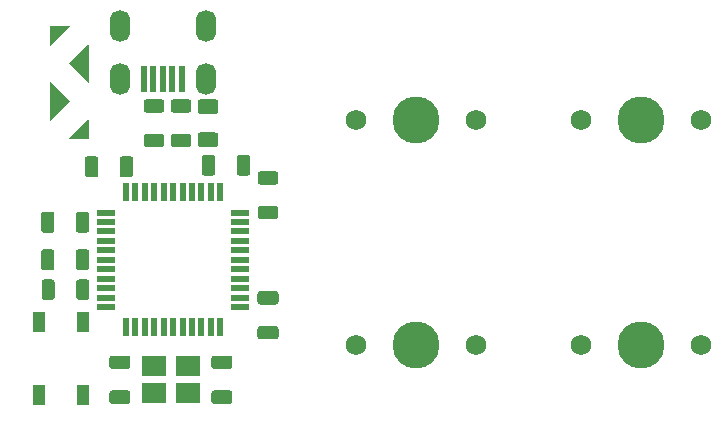
<source format=gts>
G04 #@! TF.GenerationSoftware,KiCad,Pcbnew,(5.1.7)-1*
G04 #@! TF.CreationDate,2020-11-03T00:38:03-05:00*
G04 #@! TF.ProjectId,keyboard_test,6b657962-6f61-4726-945f-746573742e6b,rev?*
G04 #@! TF.SameCoordinates,Original*
G04 #@! TF.FileFunction,Soldermask,Top*
G04 #@! TF.FilePolarity,Negative*
%FSLAX46Y46*%
G04 Gerber Fmt 4.6, Leading zero omitted, Abs format (unit mm)*
G04 Created by KiCad (PCBNEW (5.1.7)-1) date 2020-11-03 00:38:03*
%MOMM*%
%LPD*%
G01*
G04 APERTURE LIST*
%ADD10C,0.100000*%
%ADD11R,2.100000X1.800000*%
%ADD12O,1.700000X2.700000*%
%ADD13R,0.500000X2.250000*%
%ADD14R,0.550000X1.500000*%
%ADD15R,1.500000X0.550000*%
%ADD16R,1.100000X1.800000*%
%ADD17C,1.750000*%
%ADD18C,3.987800*%
G04 APERTURE END LIST*
D10*
G36*
X27781250Y-57150000D02*
G01*
X26193750Y-57150000D01*
X27781250Y-55562500D01*
X27781250Y-57150000D01*
G37*
X27781250Y-57150000D02*
X26193750Y-57150000D01*
X27781250Y-55562500D01*
X27781250Y-57150000D01*
G36*
X24606250Y-49212500D02*
G01*
X24606250Y-47625000D01*
X26193750Y-47625000D01*
X24606250Y-49212500D01*
G37*
X24606250Y-49212500D02*
X24606250Y-47625000D01*
X26193750Y-47625000D01*
X24606250Y-49212500D01*
G36*
X26193750Y-53975000D02*
G01*
X24606250Y-55562500D01*
X24606250Y-52387500D01*
X26193750Y-53975000D01*
G37*
X26193750Y-53975000D02*
X24606250Y-55562500D01*
X24606250Y-52387500D01*
X26193750Y-53975000D01*
G36*
X27781250Y-52387500D02*
G01*
X26193750Y-50800000D01*
X27781250Y-49212500D01*
X27781250Y-52387500D01*
G37*
X27781250Y-52387500D02*
X26193750Y-50800000D01*
X27781250Y-49212500D01*
X27781250Y-52387500D01*
D11*
X36279750Y-78747000D03*
X33379750Y-78747000D03*
X33379750Y-76447000D03*
X36279750Y-76447000D03*
D12*
X37781250Y-47625000D03*
X30481250Y-47625000D03*
X30481250Y-52125000D03*
X37781250Y-52125000D03*
D13*
X35731250Y-52125000D03*
X34931250Y-52125000D03*
X34131250Y-52125000D03*
X33331250Y-52125000D03*
X32531250Y-52125000D03*
D14*
X31020250Y-61737000D03*
X31820250Y-61737000D03*
X32620250Y-61737000D03*
X33420250Y-61737000D03*
X34220250Y-61737000D03*
X35020250Y-61737000D03*
X35820250Y-61737000D03*
X36620250Y-61737000D03*
X37420250Y-61737000D03*
X38220250Y-61737000D03*
X39020250Y-61737000D03*
D15*
X40720250Y-63437000D03*
X40720250Y-64237000D03*
X40720250Y-65037000D03*
X40720250Y-65837000D03*
X40720250Y-66637000D03*
X40720250Y-67437000D03*
X40720250Y-68237000D03*
X40720250Y-69037000D03*
X40720250Y-69837000D03*
X40720250Y-70637000D03*
X40720250Y-71437000D03*
D14*
X39020250Y-73137000D03*
X38220250Y-73137000D03*
X37420250Y-73137000D03*
X36620250Y-73137000D03*
X35820250Y-73137000D03*
X35020250Y-73137000D03*
X34220250Y-73137000D03*
X33420250Y-73137000D03*
X32620250Y-73137000D03*
X31820250Y-73137000D03*
X31020250Y-73137000D03*
D15*
X29320250Y-71437000D03*
X29320250Y-70637000D03*
X29320250Y-69837000D03*
X29320250Y-69037000D03*
X29320250Y-68237000D03*
X29320250Y-67437000D03*
X29320250Y-66637000D03*
X29320250Y-65837000D03*
X29320250Y-65037000D03*
X29320250Y-64237000D03*
X29320250Y-63437000D03*
D16*
X23677000Y-72719000D03*
X27377000Y-78919000D03*
X27377000Y-72719000D03*
X23677000Y-78919000D03*
G36*
G01*
X43678002Y-61076000D02*
X42427998Y-61076000D01*
G75*
G02*
X42178000Y-60826002I0J249998D01*
G01*
X42178000Y-60200998D01*
G75*
G02*
X42427998Y-59951000I249998J0D01*
G01*
X43678002Y-59951000D01*
G75*
G02*
X43928000Y-60200998I0J-249998D01*
G01*
X43928000Y-60826002D01*
G75*
G02*
X43678002Y-61076000I-249998J0D01*
G01*
G37*
G36*
G01*
X43678002Y-64001000D02*
X42427998Y-64001000D01*
G75*
G02*
X42178000Y-63751002I0J249998D01*
G01*
X42178000Y-63125998D01*
G75*
G02*
X42427998Y-62876000I249998J0D01*
G01*
X43678002Y-62876000D01*
G75*
G02*
X43928000Y-63125998I0J-249998D01*
G01*
X43928000Y-63751002D01*
G75*
G02*
X43678002Y-64001000I-249998J0D01*
G01*
G37*
G36*
G01*
X35061998Y-56780000D02*
X36312002Y-56780000D01*
G75*
G02*
X36562000Y-57029998I0J-249998D01*
G01*
X36562000Y-57655002D01*
G75*
G02*
X36312002Y-57905000I-249998J0D01*
G01*
X35061998Y-57905000D01*
G75*
G02*
X34812000Y-57655002I0J249998D01*
G01*
X34812000Y-57029998D01*
G75*
G02*
X35061998Y-56780000I249998J0D01*
G01*
G37*
G36*
G01*
X35061998Y-53855000D02*
X36312002Y-53855000D01*
G75*
G02*
X36562000Y-54104998I0J-249998D01*
G01*
X36562000Y-54730002D01*
G75*
G02*
X36312002Y-54980000I-249998J0D01*
G01*
X35061998Y-54980000D01*
G75*
G02*
X34812000Y-54730002I0J249998D01*
G01*
X34812000Y-54104998D01*
G75*
G02*
X35061998Y-53855000I249998J0D01*
G01*
G37*
G36*
G01*
X34026002Y-54980000D02*
X32775998Y-54980000D01*
G75*
G02*
X32526000Y-54730002I0J249998D01*
G01*
X32526000Y-54104998D01*
G75*
G02*
X32775998Y-53855000I249998J0D01*
G01*
X34026002Y-53855000D01*
G75*
G02*
X34276000Y-54104998I0J-249998D01*
G01*
X34276000Y-54730002D01*
G75*
G02*
X34026002Y-54980000I-249998J0D01*
G01*
G37*
G36*
G01*
X34026002Y-57905000D02*
X32775998Y-57905000D01*
G75*
G02*
X32526000Y-57655002I0J249998D01*
G01*
X32526000Y-57029998D01*
G75*
G02*
X32775998Y-56780000I249998J0D01*
G01*
X34026002Y-56780000D01*
G75*
G02*
X34276000Y-57029998I0J-249998D01*
G01*
X34276000Y-57655002D01*
G75*
G02*
X34026002Y-57905000I-249998J0D01*
G01*
G37*
G36*
G01*
X26808000Y-70602002D02*
X26808000Y-69351998D01*
G75*
G02*
X27057998Y-69102000I249998J0D01*
G01*
X27683002Y-69102000D01*
G75*
G02*
X27933000Y-69351998I0J-249998D01*
G01*
X27933000Y-70602002D01*
G75*
G02*
X27683002Y-70852000I-249998J0D01*
G01*
X27057998Y-70852000D01*
G75*
G02*
X26808000Y-70602002I0J249998D01*
G01*
G37*
G36*
G01*
X23883000Y-70602002D02*
X23883000Y-69351998D01*
G75*
G02*
X24132998Y-69102000I249998J0D01*
G01*
X24758002Y-69102000D01*
G75*
G02*
X25008000Y-69351998I0J-249998D01*
G01*
X25008000Y-70602002D01*
G75*
G02*
X24758002Y-70852000I-249998J0D01*
G01*
X24132998Y-70852000D01*
G75*
G02*
X23883000Y-70602002I0J249998D01*
G01*
G37*
D17*
X79692500Y-74612500D03*
X69532500Y-74612500D03*
D18*
X74612500Y-74612500D03*
D17*
X60642500Y-74612500D03*
X50482500Y-74612500D03*
D18*
X55562500Y-74612500D03*
D17*
X79692500Y-55562500D03*
X69532500Y-55562500D03*
D18*
X74612500Y-55562500D03*
D17*
X60642500Y-55562500D03*
X50482500Y-55562500D03*
D18*
X55562500Y-55562500D03*
G36*
G01*
X38598000Y-55105000D02*
X37348000Y-55105000D01*
G75*
G02*
X37098000Y-54855000I0J250000D01*
G01*
X37098000Y-54105000D01*
G75*
G02*
X37348000Y-53855000I250000J0D01*
G01*
X38598000Y-53855000D01*
G75*
G02*
X38848000Y-54105000I0J-250000D01*
G01*
X38848000Y-54855000D01*
G75*
G02*
X38598000Y-55105000I-250000J0D01*
G01*
G37*
G36*
G01*
X38598000Y-57905000D02*
X37348000Y-57905000D01*
G75*
G02*
X37098000Y-57655000I0J250000D01*
G01*
X37098000Y-56905000D01*
G75*
G02*
X37348000Y-56655000I250000J0D01*
G01*
X38598000Y-56655000D01*
G75*
G02*
X38848000Y-56905000I0J-250000D01*
G01*
X38848000Y-57655000D01*
G75*
G02*
X38598000Y-57905000I-250000J0D01*
G01*
G37*
G36*
G01*
X24976250Y-66786999D02*
X24976250Y-68087001D01*
G75*
G02*
X24726251Y-68337000I-249999J0D01*
G01*
X24076249Y-68337000D01*
G75*
G02*
X23826250Y-68087001I0J249999D01*
G01*
X23826250Y-66786999D01*
G75*
G02*
X24076249Y-66537000I249999J0D01*
G01*
X24726251Y-66537000D01*
G75*
G02*
X24976250Y-66786999I0J-249999D01*
G01*
G37*
G36*
G01*
X27926250Y-66786999D02*
X27926250Y-68087001D01*
G75*
G02*
X27676251Y-68337000I-249999J0D01*
G01*
X27026249Y-68337000D01*
G75*
G02*
X26776250Y-68087001I0J249999D01*
G01*
X26776250Y-66786999D01*
G75*
G02*
X27026249Y-66537000I249999J0D01*
G01*
X27676251Y-66537000D01*
G75*
G02*
X27926250Y-66786999I0J-249999D01*
G01*
G37*
G36*
G01*
X31161751Y-76697000D02*
X29861749Y-76697000D01*
G75*
G02*
X29611750Y-76447001I0J249999D01*
G01*
X29611750Y-75796999D01*
G75*
G02*
X29861749Y-75547000I249999J0D01*
G01*
X31161751Y-75547000D01*
G75*
G02*
X31411750Y-75796999I0J-249999D01*
G01*
X31411750Y-76447001D01*
G75*
G02*
X31161751Y-76697000I-249999J0D01*
G01*
G37*
G36*
G01*
X31161751Y-79647000D02*
X29861749Y-79647000D01*
G75*
G02*
X29611750Y-79397001I0J249999D01*
G01*
X29611750Y-78746999D01*
G75*
G02*
X29861749Y-78497000I249999J0D01*
G01*
X31161751Y-78497000D01*
G75*
G02*
X31411750Y-78746999I0J-249999D01*
G01*
X31411750Y-79397001D01*
G75*
G02*
X31161751Y-79647000I-249999J0D01*
G01*
G37*
G36*
G01*
X38497749Y-78497000D02*
X39797751Y-78497000D01*
G75*
G02*
X40047750Y-78746999I0J-249999D01*
G01*
X40047750Y-79397001D01*
G75*
G02*
X39797751Y-79647000I-249999J0D01*
G01*
X38497749Y-79647000D01*
G75*
G02*
X38247750Y-79397001I0J249999D01*
G01*
X38247750Y-78746999D01*
G75*
G02*
X38497749Y-78497000I249999J0D01*
G01*
G37*
G36*
G01*
X38497749Y-75547000D02*
X39797751Y-75547000D01*
G75*
G02*
X40047750Y-75796999I0J-249999D01*
G01*
X40047750Y-76447001D01*
G75*
G02*
X39797751Y-76697000I-249999J0D01*
G01*
X38497749Y-76697000D01*
G75*
G02*
X38247750Y-76447001I0J249999D01*
G01*
X38247750Y-75796999D01*
G75*
G02*
X38497749Y-75547000I249999J0D01*
G01*
G37*
G36*
G01*
X28691000Y-58912999D02*
X28691000Y-60213001D01*
G75*
G02*
X28441001Y-60463000I-249999J0D01*
G01*
X27790999Y-60463000D01*
G75*
G02*
X27541000Y-60213001I0J249999D01*
G01*
X27541000Y-58912999D01*
G75*
G02*
X27790999Y-58663000I249999J0D01*
G01*
X28441001Y-58663000D01*
G75*
G02*
X28691000Y-58912999I0J-249999D01*
G01*
G37*
G36*
G01*
X31641000Y-58912999D02*
X31641000Y-60213001D01*
G75*
G02*
X31391001Y-60463000I-249999J0D01*
G01*
X30740999Y-60463000D01*
G75*
G02*
X30491000Y-60213001I0J249999D01*
G01*
X30491000Y-58912999D01*
G75*
G02*
X30740999Y-58663000I249999J0D01*
G01*
X31391001Y-58663000D01*
G75*
G02*
X31641000Y-58912999I0J-249999D01*
G01*
G37*
G36*
G01*
X42402999Y-73036000D02*
X43703001Y-73036000D01*
G75*
G02*
X43953000Y-73285999I0J-249999D01*
G01*
X43953000Y-73936001D01*
G75*
G02*
X43703001Y-74186000I-249999J0D01*
G01*
X42402999Y-74186000D01*
G75*
G02*
X42153000Y-73936001I0J249999D01*
G01*
X42153000Y-73285999D01*
G75*
G02*
X42402999Y-73036000I249999J0D01*
G01*
G37*
G36*
G01*
X42402999Y-70086000D02*
X43703001Y-70086000D01*
G75*
G02*
X43953000Y-70335999I0J-249999D01*
G01*
X43953000Y-70986001D01*
G75*
G02*
X43703001Y-71236000I-249999J0D01*
G01*
X42402999Y-71236000D01*
G75*
G02*
X42153000Y-70986001I0J249999D01*
G01*
X42153000Y-70335999D01*
G75*
G02*
X42402999Y-70086000I249999J0D01*
G01*
G37*
G36*
G01*
X24976250Y-63611999D02*
X24976250Y-64912001D01*
G75*
G02*
X24726251Y-65162000I-249999J0D01*
G01*
X24076249Y-65162000D01*
G75*
G02*
X23826250Y-64912001I0J249999D01*
G01*
X23826250Y-63611999D01*
G75*
G02*
X24076249Y-63362000I249999J0D01*
G01*
X24726251Y-63362000D01*
G75*
G02*
X24976250Y-63611999I0J-249999D01*
G01*
G37*
G36*
G01*
X27926250Y-63611999D02*
X27926250Y-64912001D01*
G75*
G02*
X27676251Y-65162000I-249999J0D01*
G01*
X27026249Y-65162000D01*
G75*
G02*
X26776250Y-64912001I0J249999D01*
G01*
X26776250Y-63611999D01*
G75*
G02*
X27026249Y-63362000I249999J0D01*
G01*
X27676251Y-63362000D01*
G75*
G02*
X27926250Y-63611999I0J-249999D01*
G01*
G37*
G36*
G01*
X40397000Y-60086001D02*
X40397000Y-58785999D01*
G75*
G02*
X40646999Y-58536000I249999J0D01*
G01*
X41297001Y-58536000D01*
G75*
G02*
X41547000Y-58785999I0J-249999D01*
G01*
X41547000Y-60086001D01*
G75*
G02*
X41297001Y-60336000I-249999J0D01*
G01*
X40646999Y-60336000D01*
G75*
G02*
X40397000Y-60086001I0J249999D01*
G01*
G37*
G36*
G01*
X37447000Y-60086001D02*
X37447000Y-58785999D01*
G75*
G02*
X37696999Y-58536000I249999J0D01*
G01*
X38347001Y-58536000D01*
G75*
G02*
X38597000Y-58785999I0J-249999D01*
G01*
X38597000Y-60086001D01*
G75*
G02*
X38347001Y-60336000I-249999J0D01*
G01*
X37696999Y-60336000D01*
G75*
G02*
X37447000Y-60086001I0J249999D01*
G01*
G37*
M02*

</source>
